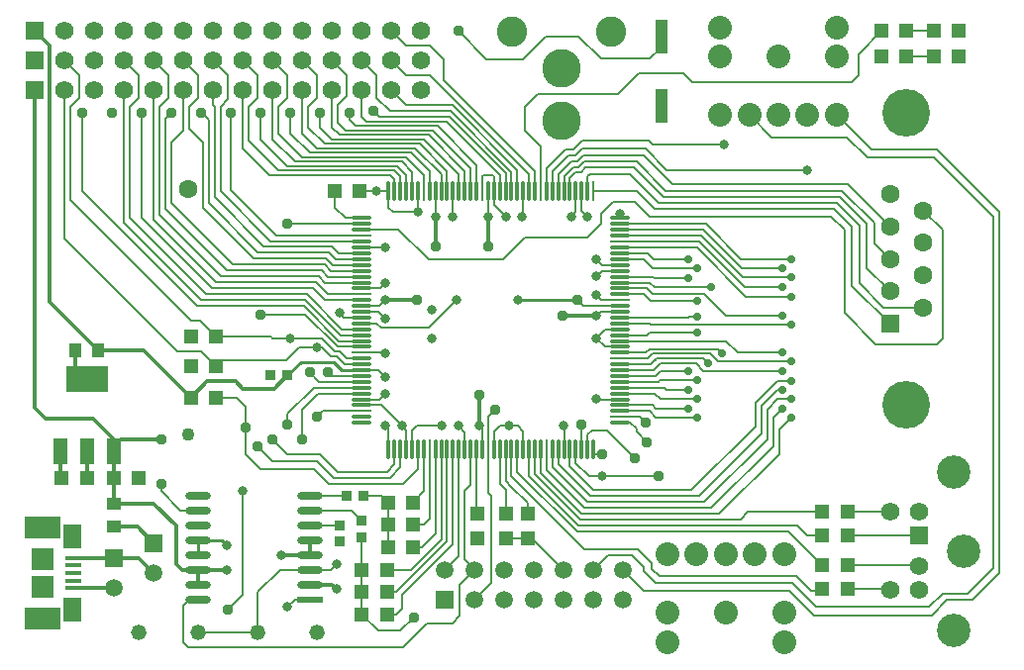
<source format=gtl>
G04 Layer_Physical_Order=1*
G04 Layer_Color=255*
%FSLAX23Y23*%
%MOIN*%
G70*
G01*
G75*
%ADD10R,0.039X0.114*%
%ADD11R,0.050X0.050*%
%ADD12R,0.038X0.032*%
%ADD13R,0.011X0.070*%
%ADD14O,0.011X0.070*%
%ADD15O,0.070X0.011*%
%ADD16R,0.070X0.011*%
%ADD17R,0.048X0.048*%
%ADD18R,0.050X0.050*%
%ADD19R,0.032X0.038*%
%ADD20R,0.048X0.088*%
%ADD21R,0.142X0.088*%
%ADD22R,0.040X0.048*%
%ADD23R,0.048X0.040*%
%ADD24R,0.086X0.024*%
%ADD25O,0.086X0.024*%
%ADD26R,0.063X0.083*%
%ADD27R,0.120X0.075*%
%ADD28R,0.075X0.075*%
%ADD29R,0.053X0.016*%
%ADD30C,0.008*%
%ADD31C,0.012*%
%ADD32C,0.010*%
%ADD33R,0.063X0.063*%
%ADD34C,0.063*%
%ADD35C,0.160*%
%ADD36C,0.130*%
%ADD37C,0.102*%
%ADD38C,0.080*%
%ADD39R,0.059X0.059*%
%ADD40C,0.059*%
%ADD41R,0.062X0.062*%
%ADD42C,0.062*%
%ADD43R,0.062X0.062*%
%ADD44C,0.112*%
%ADD45C,0.043*%
%ADD46R,0.059X0.059*%
%ADD47C,0.052*%
%ADD48C,0.032*%
%ADD49C,0.037*%
%ADD50C,0.028*%
D10*
X2185Y2108D02*
D03*
Y1872D02*
D03*
D11*
X166Y620D02*
D03*
X250D02*
D03*
X424D02*
D03*
X340D02*
D03*
X1263Y388D02*
D03*
X1347D02*
D03*
X3009Y2125D02*
D03*
X2925D02*
D03*
Y2040D02*
D03*
X3009D02*
D03*
X1085Y1585D02*
D03*
X1169D02*
D03*
X2810Y505D02*
D03*
X2726D02*
D03*
Y245D02*
D03*
X2810D02*
D03*
Y425D02*
D03*
X2726D02*
D03*
Y325D02*
D03*
X2810D02*
D03*
X1260Y310D02*
D03*
X1176D02*
D03*
X1260Y235D02*
D03*
X1176D02*
D03*
X1347Y538D02*
D03*
X1263D02*
D03*
X1347Y463D02*
D03*
X1263D02*
D03*
X601Y995D02*
D03*
X685D02*
D03*
Y890D02*
D03*
X601D02*
D03*
Y1095D02*
D03*
X685D02*
D03*
X1260Y160D02*
D03*
X1176D02*
D03*
D12*
X1100Y461D02*
D03*
Y405D02*
D03*
X1175Y420D02*
D03*
Y476D02*
D03*
D13*
X1955Y1585D02*
D03*
X1778D02*
D03*
X1581D02*
D03*
X1384D02*
D03*
X1403Y715D02*
D03*
X1600D02*
D03*
X1797D02*
D03*
D14*
X1935Y1585D02*
D03*
X1916D02*
D03*
X1896D02*
D03*
X1876D02*
D03*
X1857D02*
D03*
X1837D02*
D03*
X1817D02*
D03*
X1797D02*
D03*
X1758D02*
D03*
X1738D02*
D03*
X1719D02*
D03*
X1699D02*
D03*
X1679D02*
D03*
X1660D02*
D03*
X1640D02*
D03*
X1620D02*
D03*
X1600D02*
D03*
X1561D02*
D03*
X1541D02*
D03*
X1522D02*
D03*
X1502D02*
D03*
X1482D02*
D03*
X1462D02*
D03*
X1443D02*
D03*
X1423D02*
D03*
X1403D02*
D03*
X1364D02*
D03*
X1344D02*
D03*
X1325D02*
D03*
X1305D02*
D03*
X1285D02*
D03*
X1265D02*
D03*
Y715D02*
D03*
X1285D02*
D03*
X1305D02*
D03*
X1325D02*
D03*
X1344D02*
D03*
X1364D02*
D03*
X1384D02*
D03*
X1423D02*
D03*
X1443D02*
D03*
X1462D02*
D03*
X1482D02*
D03*
X1502D02*
D03*
X1522D02*
D03*
X1541D02*
D03*
X1561D02*
D03*
X1581D02*
D03*
X1620D02*
D03*
X1640D02*
D03*
X1660D02*
D03*
X1679D02*
D03*
X1699D02*
D03*
X1719D02*
D03*
X1738D02*
D03*
X1758D02*
D03*
X1778D02*
D03*
X1817D02*
D03*
X1837D02*
D03*
X1857D02*
D03*
X1876D02*
D03*
X1896D02*
D03*
X1916D02*
D03*
X1935D02*
D03*
X1955D02*
D03*
D15*
X1176Y1495D02*
D03*
Y1475D02*
D03*
Y1456D02*
D03*
Y1416D02*
D03*
Y1396D02*
D03*
Y1377D02*
D03*
Y1357D02*
D03*
Y1337D02*
D03*
Y1318D02*
D03*
Y1298D02*
D03*
Y1278D02*
D03*
Y1259D02*
D03*
Y1219D02*
D03*
Y1199D02*
D03*
Y1180D02*
D03*
Y1160D02*
D03*
Y1140D02*
D03*
Y1121D02*
D03*
Y1101D02*
D03*
Y1081D02*
D03*
Y1062D02*
D03*
Y1022D02*
D03*
Y1003D02*
D03*
Y983D02*
D03*
Y963D02*
D03*
Y943D02*
D03*
Y924D02*
D03*
Y904D02*
D03*
Y884D02*
D03*
Y865D02*
D03*
Y825D02*
D03*
Y805D02*
D03*
X2045D02*
D03*
Y845D02*
D03*
Y865D02*
D03*
Y884D02*
D03*
Y904D02*
D03*
Y924D02*
D03*
Y943D02*
D03*
Y963D02*
D03*
Y983D02*
D03*
Y1003D02*
D03*
Y1042D02*
D03*
Y1062D02*
D03*
Y1081D02*
D03*
Y1101D02*
D03*
Y1121D02*
D03*
Y1140D02*
D03*
Y1160D02*
D03*
Y1180D02*
D03*
Y1199D02*
D03*
Y1239D02*
D03*
Y1259D02*
D03*
Y1278D02*
D03*
Y1298D02*
D03*
Y1318D02*
D03*
Y1337D02*
D03*
Y1357D02*
D03*
Y1377D02*
D03*
Y1396D02*
D03*
Y1436D02*
D03*
Y1456D02*
D03*
Y1475D02*
D03*
Y1495D02*
D03*
D16*
X1176Y1436D02*
D03*
Y1239D02*
D03*
Y1042D02*
D03*
Y845D02*
D03*
X2045Y825D02*
D03*
Y1022D02*
D03*
Y1219D02*
D03*
Y1416D02*
D03*
D17*
X3184Y2125D02*
D03*
X3100D02*
D03*
Y2040D02*
D03*
X3184D02*
D03*
D18*
X1735Y500D02*
D03*
Y416D02*
D03*
X1660Y500D02*
D03*
Y416D02*
D03*
X1565D02*
D03*
Y500D02*
D03*
D19*
X1180Y560D02*
D03*
X1124D02*
D03*
X869Y965D02*
D03*
X925D02*
D03*
D20*
X160Y710D02*
D03*
X250D02*
D03*
X340D02*
D03*
D21*
X250Y954D02*
D03*
D22*
X289Y1050D02*
D03*
X210D02*
D03*
D23*
X340Y534D02*
D03*
Y455D02*
D03*
D24*
X1000Y210D02*
D03*
D25*
Y260D02*
D03*
Y310D02*
D03*
Y360D02*
D03*
Y410D02*
D03*
Y460D02*
D03*
Y510D02*
D03*
Y560D02*
D03*
X625D02*
D03*
Y510D02*
D03*
Y460D02*
D03*
Y410D02*
D03*
Y360D02*
D03*
Y310D02*
D03*
Y260D02*
D03*
Y210D02*
D03*
D26*
X200Y178D02*
D03*
Y422D02*
D03*
D27*
X100Y148D02*
D03*
Y452D02*
D03*
D28*
Y253D02*
D03*
Y347D02*
D03*
D29*
X205Y249D02*
D03*
Y274D02*
D03*
Y300D02*
D03*
Y326D02*
D03*
Y351D02*
D03*
D30*
X2850Y1275D02*
Y1470D01*
X2775Y1545D02*
X2850Y1470D01*
X2176Y1545D02*
X2775D01*
X2900Y1411D02*
Y1480D01*
X2792Y1588D02*
X2900Y1480D01*
X2197Y1588D02*
X2792D01*
X2875Y1327D02*
Y1475D01*
X2785Y1565D02*
X2875Y1475D01*
X2190Y1565D02*
X2785D01*
X2825Y1268D02*
Y1465D01*
X2765Y1525D02*
X2825Y1465D01*
X2160Y1525D02*
X2765D01*
X2045Y1495D02*
X2065D01*
X2095Y1550D02*
X2145Y1500D01*
X2020Y1550D02*
X2095D01*
X1980Y1510D02*
X2020Y1550D01*
X1725Y1430D02*
X1935D01*
X1650Y1355D02*
X1725Y1430D01*
X1400Y1355D02*
X1650D01*
X1935Y1430D02*
X1980Y1475D01*
X1176Y1456D02*
X1299D01*
X1400Y1355D01*
X1980Y1475D02*
Y1510D01*
X2145Y1500D02*
X2755D01*
X2220Y1610D02*
X2810D01*
X2125Y1705D02*
X2220Y1610D01*
X1920Y1705D02*
X2125D01*
X2100Y1685D02*
X2197Y1588D01*
X1924Y1685D02*
X2100D01*
X2090Y1665D02*
X2190Y1565D01*
X1929Y1665D02*
X2090D01*
X2077Y1644D02*
X2176Y1545D01*
X1944Y1644D02*
X2077D01*
X2100Y1585D02*
X2160Y1525D01*
X1955Y1585D02*
X2100D01*
X2755Y1500D02*
X2800Y1455D01*
Y1175D02*
Y1455D01*
Y1175D02*
X2905Y1070D01*
X3110D01*
X3130Y1090D01*
Y1457D01*
X3065Y1521D02*
X3130Y1457D01*
X2155Y1743D02*
X2394D01*
X2142Y1755D02*
X2155Y1743D01*
X1918Y1755D02*
X2142D01*
X2202Y1658D02*
X2674D01*
X2130Y1730D02*
X2202Y1658D01*
X1919Y1730D02*
X2130D01*
X2810Y1610D02*
X2953Y1467D01*
X1889Y1726D02*
X1918Y1755D01*
X1861Y1726D02*
X1889D01*
X1797Y1662D02*
X1861Y1726D01*
X1894Y1705D02*
X1919Y1730D01*
X1870Y1705D02*
X1894D01*
X1817Y1652D02*
X1870Y1705D01*
X1901Y1686D02*
X1920Y1705D01*
X1881Y1686D02*
X1901D01*
X1837Y1642D02*
X1881Y1686D01*
X1906Y1667D02*
X1924Y1685D01*
X1887Y1667D02*
X1906D01*
X1857Y1637D02*
X1887Y1667D01*
X1913Y1649D02*
X1929Y1665D01*
X1894Y1649D02*
X1913D01*
X1876Y1631D02*
X1894Y1649D01*
X2185Y2071D02*
Y2108D01*
X2146Y2032D02*
X2185Y2071D01*
X1981Y2032D02*
X2146D01*
X1905Y2108D02*
X1981Y2032D01*
X1796Y2108D02*
X1905D01*
X1719Y2031D02*
X1796Y2108D01*
X1594Y2031D02*
X1719D01*
X1500Y2125D02*
X1594Y2031D01*
X1767Y1912D02*
X2038D01*
X1725Y1870D02*
X1767Y1912D01*
X1725Y1790D02*
Y1870D01*
X2038Y1912D02*
X2109Y1983D01*
X2259D02*
X2289Y1953D01*
X2824D01*
X2109Y1983D02*
X2259D01*
X1725Y1790D02*
X1778Y1737D01*
X1505Y260D02*
X1555Y310D01*
X1505Y155D02*
Y260D01*
X1520Y345D02*
X1555Y310D01*
X1395Y130D02*
X1480D01*
X1505Y155D01*
X1305Y105D02*
X1350Y150D01*
X1231Y105D02*
X1305D01*
X1610Y265D02*
Y560D01*
X1555Y210D02*
X1610Y265D01*
X1749Y416D02*
X1855Y310D01*
X1735Y416D02*
X1749D01*
X1955Y310D02*
X2005Y360D01*
X2085D01*
X2125Y320D01*
X2105Y380D02*
X2152Y333D01*
X1925Y380D02*
X2105D01*
X1795Y510D02*
X1925Y380D01*
X1455Y310D02*
X1502Y357D01*
X1290Y160D02*
X1310Y180D01*
Y225D01*
X1482Y397D01*
Y715D01*
X1260Y235D02*
X1290D01*
X1462Y407D01*
Y715D01*
X1260Y310D02*
X1340D01*
X1443Y413D01*
Y715D01*
X1423D02*
Y740D01*
Y433D02*
Y715D01*
X1347Y388D02*
X1378D01*
X1423Y433D01*
X1520Y345D02*
Y575D01*
X1315Y50D02*
X1395Y130D01*
X590Y50D02*
X1315D01*
X755Y890D02*
X785Y860D01*
X685Y890D02*
X755D01*
X925Y835D02*
X1014Y924D01*
X1176D01*
X975Y850D02*
X1029Y904D01*
X1260Y160D02*
X1290D01*
X1176Y310D02*
Y419D01*
Y235D02*
Y310D01*
Y160D02*
Y235D01*
X925Y1475D02*
X1175D01*
X1032Y943D02*
X1176D01*
X1000Y975D02*
X1032Y943D01*
X1029Y904D02*
X1176D01*
X1045Y845D02*
X1176D01*
X1025Y825D02*
X1045Y845D01*
X1253Y1042D02*
X1255Y1040D01*
X1176Y1042D02*
X1253D01*
X1176Y1140D02*
X1225D01*
X1230Y1180D02*
X1255Y1155D01*
X1176Y1180D02*
X1230D01*
X1235Y1199D02*
X1255Y1220D01*
X1176Y1199D02*
X1235D01*
X1238Y1259D02*
X1255Y1276D01*
X1176Y1259D02*
X1238D01*
X1738Y1585D02*
Y1642D01*
X1405Y1975D02*
X1738Y1642D01*
X1699Y1585D02*
Y1656D01*
X1679Y1585D02*
Y1651D01*
X1660Y1585D02*
Y1645D01*
X1640Y1585D02*
Y1640D01*
X1615Y1640D02*
X1620Y1635D01*
Y1585D02*
Y1635D01*
X1585Y1640D02*
X1615D01*
X1581Y1636D02*
X1585Y1640D01*
X1581Y1585D02*
Y1636D01*
X1600Y1500D02*
Y1585D01*
X1620Y1540D02*
X1660Y1500D01*
X1620Y1540D02*
Y1585D01*
X1716Y1500D02*
X1719Y1503D01*
Y1585D01*
X1360Y795D02*
X1444D01*
X1344Y779D02*
X1360Y795D01*
X1344Y715D02*
Y779D01*
X1265Y1530D02*
X1280Y1515D01*
X1265Y1530D02*
Y1585D01*
X1085Y1530D02*
Y1585D01*
Y1530D02*
X1120Y1495D01*
X1176D01*
X1169Y1585D02*
X1225D01*
X1265D01*
X1423Y1502D02*
Y1585D01*
X1481Y1500D02*
X1482Y1501D01*
Y1585D01*
X1176Y1396D02*
X1253D01*
X1240Y865D02*
X1310Y795D01*
X1176Y865D02*
X1240D01*
X1232Y983D02*
X1255Y960D01*
X1176Y983D02*
X1232D01*
X1235Y884D02*
X1255Y904D01*
X1176Y884D02*
X1235D01*
X1254Y795D02*
X1265Y784D01*
Y715D02*
Y784D01*
X1310Y795D02*
X1325Y780D01*
Y715D02*
Y780D01*
X1500Y795D02*
X1522Y773D01*
Y715D02*
Y773D01*
X1855Y795D02*
X1857Y794D01*
Y715D02*
Y794D01*
X1965Y1090D02*
X1993Y1062D01*
X2045D01*
X1965Y1090D02*
X1996Y1121D01*
X2045D01*
X1980Y1180D02*
X2045D01*
X1965Y1300D02*
X1983Y1318D01*
X2045D01*
X1965Y1355D02*
X1983Y1337D01*
X2045D01*
X1936Y1500D02*
X1941Y1495D01*
X1916Y1520D02*
X1936Y1500D01*
X1916Y1520D02*
Y1585D01*
X1880Y1500D02*
X1896Y1516D01*
Y1585D01*
X1955Y700D02*
X1985D01*
X1955D02*
Y715D01*
X1916D02*
Y799D01*
X1951Y780D02*
X2000D01*
X1935Y765D02*
X1951Y780D01*
X1935Y715D02*
Y765D01*
X1075Y1400D02*
X1098Y1377D01*
X1176D01*
X1088Y1357D02*
X1176D01*
X1065Y1380D02*
X1088Y1357D01*
X1078Y1337D02*
X1176D01*
X1055Y1360D02*
X1078Y1337D01*
X1072Y1318D02*
X1176D01*
X1050Y1340D02*
X1072Y1318D01*
X1062Y1298D02*
X1176D01*
X1040Y1320D02*
X1062Y1298D01*
X1940Y625D02*
X1984D01*
X1896Y669D02*
X1940Y625D01*
X1896Y669D02*
Y715D01*
X1679Y626D02*
X1706Y599D01*
X1795Y510D01*
X1679Y626D02*
Y715D01*
X1660Y610D02*
X1679Y591D01*
X1660Y610D02*
Y715D01*
Y500D02*
Y581D01*
X1640Y600D02*
X1660Y581D01*
X1640Y600D02*
Y715D01*
X795Y1870D02*
X825Y1900D01*
Y1975D01*
X775Y2025D02*
X825Y1975D01*
X1075Y1800D02*
Y1925D01*
X700Y1870D02*
X725Y1895D01*
Y1975D01*
X675Y2025D02*
X725Y1975D01*
X895Y1870D02*
X925Y1900D01*
Y1975D01*
X875Y2025D02*
X925Y1975D01*
X575Y2025D02*
X625Y1975D01*
Y1900D02*
Y1975D01*
X595Y1870D02*
X625Y1900D01*
X595Y1795D02*
Y1870D01*
Y1795D02*
X640Y1750D01*
X535D02*
X575Y1790D01*
Y1925D01*
X515Y1830D02*
X535Y1850D01*
X375Y2025D02*
X425Y1975D01*
Y1900D02*
Y1975D01*
X395Y1870D02*
X425Y1900D01*
X1735Y500D02*
Y535D01*
X1679Y591D02*
X1735Y535D01*
X635Y1850D02*
X660Y1825D01*
X475Y2025D02*
X525Y1975D01*
Y1900D02*
Y1975D01*
X495Y1870D02*
X525Y1900D01*
X675Y1875D02*
X680Y1870D01*
X675Y1875D02*
Y1925D01*
X1660Y416D02*
X1735D01*
X1175Y1835D02*
Y1925D01*
X1099Y460D02*
X1100Y461D01*
X1000Y460D02*
X1099D01*
X1000Y510D02*
X1141D01*
X1175Y476D01*
X995Y1870D02*
X1025Y1900D01*
Y1975D01*
X975Y2025D02*
X1025Y1975D01*
X1095Y1815D02*
Y1875D01*
X1125Y1905D01*
Y1975D01*
X1075Y2025D02*
X1125Y1975D01*
X195Y1870D02*
X225Y1900D01*
Y1975D01*
X175Y2025D02*
X225Y1975D01*
X1660Y500D02*
X1660D01*
X1275Y2125D02*
X1325Y2075D01*
X1405D01*
X1450Y2030D01*
X1263Y463D02*
Y538D01*
X1347Y463D02*
X1383D01*
X1000Y560D02*
X1124D01*
X1263Y388D02*
Y463D01*
X900Y310D02*
X1000D01*
X1175Y2025D02*
X1225Y1975D01*
Y1900D02*
Y1975D01*
Y1900D02*
X1270Y1855D01*
X1275Y2025D02*
X1325Y1975D01*
X1405D01*
X2000Y780D02*
X2095Y685D01*
X3145Y210D02*
X3230D01*
X3320Y300D01*
Y1515D01*
X2775Y1842D02*
X2775D01*
X1180Y560D02*
X1241D01*
X1263Y538D01*
X3130Y230D02*
X3215D01*
X3300Y315D01*
Y1500D01*
X2554Y1768D02*
X2809D01*
X2480Y1842D02*
X2554Y1768D01*
X2480Y1842D02*
X2480D01*
X785Y700D02*
Y790D01*
X1984Y625D02*
X2175D01*
X2045Y865D02*
X2155D01*
X2045Y845D02*
X2145D01*
X2045Y805D02*
X2079D01*
X2100Y785D01*
Y775D02*
Y785D01*
Y775D02*
X2135Y740D01*
X2045Y825D02*
X2110D01*
X2130Y805D01*
X1699Y641D02*
Y715D01*
X1876Y659D02*
Y715D01*
Y659D02*
X1955Y580D01*
X1837Y668D02*
Y715D01*
Y668D02*
X1945Y560D01*
X1817Y658D02*
Y715D01*
Y658D02*
X1935Y540D01*
X1797Y648D02*
Y715D01*
Y648D02*
X1925Y520D01*
X1778Y637D02*
Y715D01*
Y637D02*
X1915Y500D01*
X1738Y627D02*
Y715D01*
X1758Y632D02*
Y715D01*
Y632D02*
X1910Y480D01*
X2450D01*
X2475Y505D01*
X2726D01*
X2810D02*
X2952D01*
X2810Y425D02*
X3051D01*
X2810Y325D02*
X3049D01*
X2810Y245D02*
X2950D01*
X1719Y715D02*
Y776D01*
X1700Y795D02*
X1719Y776D01*
X1561Y501D02*
Y715D01*
X1600Y570D02*
X1610Y560D01*
X1600Y570D02*
Y715D01*
X1581D02*
Y784D01*
X1570Y795D02*
X1581Y784D01*
X1620Y715D02*
Y775D01*
X1640Y795D01*
X1700D01*
X1600Y715D02*
Y825D01*
X1625Y850D01*
X1966Y884D02*
X2045D01*
X1965Y1165D02*
X1980Y1180D01*
X1982Y1219D02*
X2045D01*
X1965Y1236D02*
X1982Y1219D01*
X1921Y1199D02*
X2045D01*
X1900Y1220D02*
X1921Y1199D01*
X1072Y963D02*
X1176D01*
X1060Y975D02*
X1072Y963D01*
X1117Y1003D02*
X1176D01*
X1100Y1045D02*
X1123Y1022D01*
X1176D01*
X1115Y1160D02*
X1176D01*
X1100Y1175D02*
X1115Y1160D01*
X1225Y1140D02*
X1240Y1125D01*
X1400D01*
X1495Y1220D01*
X2045Y1003D02*
X2148D01*
X2167Y1022D01*
X2045Y1042D02*
X2132D01*
X2045Y1022D02*
X2137D01*
X2045Y943D02*
X2173D01*
X2045Y963D02*
X2163D01*
X2045Y983D02*
X2158D01*
X2045Y1101D02*
X2136D01*
X2825Y1268D02*
X2953Y1140D01*
X2850Y1275D02*
X2931Y1194D01*
X3065D01*
X2875Y1327D02*
X2953Y1249D01*
X2900Y1411D02*
X2953Y1358D01*
X3009Y2040D02*
X3100D01*
X3009Y2125D02*
X3100D01*
Y1700D02*
X3300Y1500D01*
X3110Y1725D02*
X3320Y1515D01*
X1876Y1585D02*
Y1631D01*
X1857Y1585D02*
Y1637D01*
X1797Y1585D02*
Y1662D01*
X1837Y1585D02*
Y1642D01*
X1817Y1585D02*
Y1652D01*
X1778Y1585D02*
Y1737D01*
X2849Y1978D02*
Y2050D01*
X2850D02*
X2925Y2125D01*
X2824Y1953D02*
X2849Y1978D01*
X1758Y1585D02*
Y1652D01*
X1109Y1121D02*
X1176D01*
X1104Y1101D02*
X1176D01*
X875Y1090D02*
X935D01*
X1040D01*
X705Y1015D02*
X920D01*
X685Y995D02*
X705Y1015D01*
X1099Y1081D02*
X1176D01*
X1093Y1062D02*
X1176D01*
X1085Y1045D02*
X1100D01*
X1040Y1090D02*
X1085Y1045D01*
X1090Y1030D02*
X1117Y1003D01*
X1070Y1030D02*
X1090D01*
X920Y1015D02*
X965Y1060D01*
X1040D02*
X1070Y1030D01*
X965Y1060D02*
X1025D01*
X1040D01*
X785Y790D02*
Y860D01*
X1285Y665D02*
Y715D01*
X1260Y640D02*
X1285Y665D01*
X1305Y655D02*
Y715D01*
X1270Y620D02*
X1305Y655D01*
X1364Y649D02*
Y715D01*
X1315Y600D02*
X1364Y649D01*
X1403Y483D02*
Y715D01*
X1347Y538D02*
X1384Y575D01*
Y715D01*
X1383Y463D02*
X1403Y483D01*
X1502Y357D02*
Y715D01*
X1541Y596D02*
Y715D01*
X1520Y575D02*
X1541Y596D01*
X1275Y1925D02*
X1325Y1875D01*
X1285Y1585D02*
Y1625D01*
X1270Y1640D02*
X1285Y1625D01*
X1305Y1585D02*
Y1635D01*
X1285Y1655D02*
X1305Y1635D01*
X1325Y1585D02*
Y1640D01*
X1344Y1585D02*
Y1651D01*
X1384Y1585D02*
Y1641D01*
X1295Y1670D02*
X1325Y1640D01*
X1310Y1685D02*
X1344Y1651D01*
X1325Y1700D02*
X1384Y1641D01*
X1340Y1715D02*
X1403Y1652D01*
Y1585D02*
Y1652D01*
X1355Y1730D02*
X1443Y1642D01*
Y1585D02*
Y1642D01*
X1462Y1585D02*
Y1653D01*
X1502Y1585D02*
Y1643D01*
X1522Y1585D02*
Y1653D01*
X1370Y1745D02*
X1462Y1653D01*
X1385Y1760D02*
X1502Y1643D01*
X1100Y1775D02*
X1400D01*
X1522Y1653D01*
X1541Y1585D02*
Y1664D01*
X1561Y1585D02*
Y1674D01*
X1415Y1790D02*
X1541Y1664D01*
X1430Y1805D02*
X1561Y1674D01*
X1190Y1820D02*
X1460D01*
X1640Y1640D01*
X1235Y1835D02*
X1470D01*
X1660Y1645D01*
X1175Y1835D02*
X1190Y1820D01*
X1135Y1825D02*
Y1850D01*
Y1825D02*
X1155Y1805D01*
X1430D01*
X1120Y1790D02*
X1415D01*
X1095Y1815D02*
X1120Y1790D01*
X1075Y1800D02*
X1100Y1775D01*
X1215Y1855D02*
X1235Y1835D01*
X1270Y1855D02*
X1475D01*
X1679Y1651D01*
X1325Y1875D02*
X1480D01*
X1699Y1656D01*
X1450Y1960D02*
X1758Y1652D01*
X1450Y1960D02*
Y2030D01*
X1035Y1800D02*
Y1850D01*
Y1800D02*
X1075Y1760D01*
X1385D01*
X995Y1800D02*
Y1870D01*
Y1800D02*
X1050Y1745D01*
X1370D01*
X975Y1780D02*
Y1925D01*
Y1780D02*
X1025Y1730D01*
X1355D01*
X935Y1780D02*
Y1850D01*
Y1780D02*
X1000Y1715D01*
X1340D01*
X875Y1760D02*
Y1925D01*
Y1760D02*
X950Y1685D01*
X1310D01*
X895Y1780D02*
Y1870D01*
Y1780D02*
X975Y1700D01*
X1325D01*
X835Y1760D02*
Y1850D01*
Y1760D02*
X925Y1670D01*
X1295D01*
X795Y1755D02*
Y1870D01*
Y1755D02*
X895Y1655D01*
X1285D01*
X775Y1730D02*
Y1925D01*
Y1730D02*
X865Y1640D01*
X1270D01*
X735Y1590D02*
Y1850D01*
Y1590D02*
X889Y1436D01*
X1176D01*
X700Y1585D02*
Y1870D01*
Y1585D02*
X869Y1416D01*
X1176D01*
X680Y1565D02*
Y1870D01*
Y1565D02*
X845Y1400D01*
X1075D01*
X660Y1545D02*
Y1825D01*
Y1545D02*
X825Y1380D01*
X1065D01*
X640Y1530D02*
Y1750D01*
Y1530D02*
X810Y1360D01*
X1055D01*
X535Y1545D02*
Y1750D01*
Y1545D02*
X740Y1340D01*
X1050D01*
X515Y1525D02*
Y1830D01*
Y1525D02*
X720Y1320D01*
X1040D01*
X495Y1505D02*
Y1870D01*
Y1505D02*
X700Y1300D01*
X475Y1490D02*
Y1925D01*
Y1490D02*
X685Y1280D01*
X435Y1495D02*
Y1850D01*
Y1495D02*
X670Y1260D01*
X700Y1300D02*
X1030D01*
X1052Y1278D01*
X1175D01*
X685Y1280D02*
X1020D01*
X1061Y1239D01*
X1176D01*
X670Y1260D02*
X1010D01*
X1051Y1219D01*
X1176D01*
X395Y1495D02*
Y1870D01*
Y1495D02*
X650Y1240D01*
X990D01*
X1109Y1121D01*
X985Y1220D02*
X1104Y1101D01*
X375Y1480D02*
Y1925D01*
Y1480D02*
X635Y1220D01*
X985D01*
X620Y1200D02*
X980D01*
X1099Y1081D01*
X685Y1095D02*
X870D01*
X875Y1090D01*
X630Y1150D02*
X685Y1095D01*
X195Y1555D02*
Y1870D01*
Y1555D02*
X600Y1150D01*
X630D01*
X635Y1045D02*
X685Y995D01*
X555Y1045D02*
X635D01*
X175Y1425D02*
X555Y1045D01*
X175Y1425D02*
Y1925D01*
X3085Y185D02*
X3130Y230D01*
X1035Y700D02*
X1095Y640D01*
X1260D01*
X1025Y675D02*
X1080Y620D01*
X1270D01*
X785Y700D02*
X835Y650D01*
X1015D01*
X1065Y600D01*
X1315D01*
X1000Y310D02*
X1070D01*
X1090Y330D01*
X1176Y160D02*
X1231Y105D01*
X575Y190D02*
X595Y210D01*
X625D01*
X575Y65D02*
Y190D01*
Y65D02*
X590Y50D01*
X235Y1585D02*
Y1850D01*
Y1585D02*
X620Y1200D01*
X835Y1170D02*
X985D01*
X1093Y1062D01*
X825Y725D02*
X875Y675D01*
X1025D01*
X875Y750D02*
X925Y700D01*
X1035D01*
X925Y800D02*
Y835D01*
X975Y750D02*
Y850D01*
X775Y225D02*
Y575D01*
X725Y175D02*
X775Y225D01*
X500Y575D02*
Y600D01*
Y575D02*
X565Y510D01*
X625D01*
X650Y100D02*
X825D01*
Y235D01*
X900Y310D01*
X915Y185D02*
X925D01*
X950Y210D01*
X1000D01*
X1280Y1515D02*
X1364D01*
Y1585D01*
X2155Y865D02*
X2166Y854D01*
X2275D01*
X2166Y824D02*
X2168Y822D01*
X2305D01*
X2145Y845D02*
X2166Y824D01*
X2045Y904D02*
X2162D01*
X2181Y885D01*
X2305D01*
X2045Y924D02*
X2194D01*
X2201Y917D01*
X2275D01*
X2179Y949D02*
X2305D01*
X2173Y943D02*
X2179Y949D01*
X1955Y580D02*
X2286D01*
X1945Y560D02*
X2310D01*
X2286Y580D02*
X2500Y794D01*
X2310Y560D02*
X2520Y770D01*
X2560Y824D02*
X2590Y854D01*
X1935Y540D02*
X2329D01*
X2540Y751D01*
X1925Y520D02*
X2352D01*
X2560Y728D01*
Y824D01*
X2540Y751D02*
Y851D01*
X2575Y886D01*
X2620D01*
X2520Y770D02*
Y862D01*
X2576Y918D01*
X2590D01*
X2500Y794D02*
Y874D01*
X2574Y948D01*
X2620D01*
X2580Y783D02*
X2620Y823D01*
X1915Y500D02*
X2379D01*
X2580Y701D01*
Y783D01*
X2163Y963D02*
X2181Y981D01*
X2275D01*
X2158Y983D02*
X2181Y1006D01*
X2300D01*
X2326Y980D01*
X2590D01*
X2325Y1022D02*
X2340Y1007D01*
X2167Y1022D02*
X2325D01*
X2163Y1018D02*
X2167Y1022D01*
X2137Y1022D02*
X2154Y1039D01*
X2348D01*
X2375Y1012D01*
X2620D01*
X2374Y1054D02*
X2388Y1040D01*
X2132Y1042D02*
X2144Y1054D01*
X2374D01*
X2136Y1101D02*
X2146Y1111D01*
X2305D01*
X2045Y1140D02*
X2145D01*
X2147Y1215D02*
X2305D01*
X2123Y1239D02*
X2147Y1215D01*
X2045Y1239D02*
X2123D01*
X2045Y1259D02*
X2134D01*
X2153Y1240D01*
X2328D01*
X2045Y1278D02*
X2145D01*
X2161Y1262D01*
X2352D01*
X2160Y1294D02*
X2275D01*
X2156Y1298D02*
X2160Y1294D01*
X2045Y1298D02*
X2156D01*
X2154Y1326D02*
X2305D01*
X2123Y1357D02*
X2154Y1326D01*
X2045Y1357D02*
X2123D01*
X2157Y1358D02*
X2275D01*
X2138Y1377D02*
X2157Y1358D01*
X2045Y1377D02*
X2138D01*
X2440Y1042D02*
X2590D01*
X2401Y1081D02*
X2440Y1042D01*
X2045Y1081D02*
X2401D01*
X2145Y1140D02*
X2149Y1137D01*
X2620D01*
X2275Y1162D02*
X2305D01*
X2045Y1160D02*
X2273D01*
X2275Y1162D01*
X2400Y1168D02*
X2590D01*
X2328Y1240D02*
X2400Y1168D01*
X2469Y1231D02*
X2620D01*
X2045Y1396D02*
X2303D01*
X2469Y1231D01*
X2045Y1475D02*
X2335D01*
X2452Y1358D01*
X2620D01*
X2045Y1416D02*
X2311D01*
X2464Y1263D01*
X2590D01*
X2045Y1436D02*
X2318D01*
X2459Y1295D01*
X2620D01*
X2045Y1456D02*
X2326D01*
X2456Y1326D01*
X2590D01*
X1935Y1585D02*
Y1635D01*
X1944Y1644D01*
X2809Y1768D02*
X2877Y1700D01*
X3100D01*
X2775Y1842D02*
X2892Y1725D01*
X3110D01*
X1738Y627D02*
X1905Y460D01*
X2640D01*
X2675Y425D01*
X2726D01*
X1699Y641D02*
X1901Y439D01*
X2612D01*
X2726Y325D01*
X2152Y314D02*
Y333D01*
X2688Y240D02*
X2726D01*
X2125Y305D02*
Y320D01*
X2152Y314D02*
X2177Y289D01*
X2639D01*
X2688Y240D01*
X2125Y305D02*
X2165Y265D01*
X2055Y310D02*
X2124Y241D01*
X2165Y265D02*
X2624D01*
X2704Y185D01*
X3085D01*
X2124Y241D02*
X2614D01*
X2697Y158D01*
X3093D01*
X3145Y210D01*
D31*
X2045Y1495D02*
Y1510D01*
X440Y1050D02*
X600Y890D01*
X289Y1050D02*
X440D01*
X880Y920D02*
X925Y965D01*
X775Y920D02*
X880D01*
X750Y945D02*
X775Y920D01*
X656Y945D02*
X750D01*
X601Y890D02*
X656Y945D01*
X1600Y1400D02*
Y1500D01*
X1255Y1220D02*
X1360D01*
X250Y620D02*
Y710D01*
X625Y260D02*
Y310D01*
X340Y620D02*
Y710D01*
X75Y855D02*
Y1925D01*
Y855D02*
X110Y820D01*
X270D01*
X340Y750D01*
Y725D02*
Y750D01*
Y710D02*
Y725D01*
X365Y750D01*
X500D01*
X75Y2125D02*
X125Y2075D01*
X160Y626D02*
Y710D01*
Y626D02*
X166Y620D01*
X1570Y795D02*
Y900D01*
X1425Y1400D02*
Y1500D01*
X1850Y1165D02*
X1965D01*
X205Y249D02*
X339D01*
X625Y310D02*
X720D01*
X210Y994D02*
Y1050D01*
Y994D02*
X250Y954D01*
X125Y1214D02*
X289Y1050D01*
X125Y1214D02*
Y2075D01*
X205Y351D02*
X339D01*
X340Y534D02*
Y620D01*
X905Y360D02*
X1000D01*
X550Y330D02*
Y460D01*
Y330D02*
X570Y310D01*
X625D01*
X1000Y260D02*
X1076D01*
X1090Y246D01*
X1000Y360D02*
Y410D01*
X476Y534D02*
X550Y460D01*
X340Y534D02*
X476D01*
X340Y455D02*
X420D01*
X475Y400D01*
X340Y350D02*
X425D01*
X475Y300D01*
X339Y351D02*
X340Y352D01*
X291Y1050D02*
X442D01*
D32*
X925Y965D02*
X970Y1010D01*
X625Y360D02*
Y410D01*
X970Y1010D02*
X1080D01*
X1107Y983D01*
X1176D01*
X1700Y1220D02*
X1900D01*
X625Y410D02*
X704D01*
X720Y394D01*
D33*
X2953Y1140D02*
D03*
D34*
Y1249D02*
D03*
Y1358D02*
D03*
Y1467D02*
D03*
Y1576D02*
D03*
X3065Y1194D02*
D03*
Y1304D02*
D03*
Y1413D02*
D03*
Y1521D02*
D03*
X590Y1594D02*
D03*
D35*
X3009Y866D02*
D03*
Y1850D02*
D03*
D36*
X1849Y2000D02*
D03*
Y1823D02*
D03*
D37*
X1681Y2124D02*
D03*
X2016D02*
D03*
D38*
X2400Y165D02*
D03*
X2203Y362D02*
D03*
X2302D02*
D03*
X2498D02*
D03*
X2597D02*
D03*
Y165D02*
D03*
X2203D02*
D03*
X2400Y362D02*
D03*
X2597Y67D02*
D03*
X2203D02*
D03*
X2578Y2039D02*
D03*
X2775Y1842D02*
D03*
X2676D02*
D03*
X2480D02*
D03*
X2381D02*
D03*
Y2039D02*
D03*
X2775D02*
D03*
X2578Y1842D02*
D03*
X2381Y2137D02*
D03*
X2775D02*
D03*
D39*
X1455Y210D02*
D03*
D40*
Y310D02*
D03*
X1555Y210D02*
D03*
Y310D02*
D03*
X1655Y210D02*
D03*
Y310D02*
D03*
X1755Y210D02*
D03*
Y310D02*
D03*
X1855Y210D02*
D03*
Y310D02*
D03*
X1955Y210D02*
D03*
Y310D02*
D03*
X2055Y210D02*
D03*
Y310D02*
D03*
X340Y250D02*
D03*
X475Y300D02*
D03*
D41*
X75Y2125D02*
D03*
Y2025D02*
D03*
Y1925D02*
D03*
D42*
X175Y2125D02*
D03*
X275D02*
D03*
X375D02*
D03*
X475D02*
D03*
X575D02*
D03*
X675D02*
D03*
X775D02*
D03*
X875D02*
D03*
X975D02*
D03*
X1075D02*
D03*
X1175D02*
D03*
X1275D02*
D03*
X1375D02*
D03*
X175Y2025D02*
D03*
X275D02*
D03*
X375D02*
D03*
X475D02*
D03*
X575D02*
D03*
X675D02*
D03*
X775D02*
D03*
X875D02*
D03*
X975D02*
D03*
X1075D02*
D03*
X1175D02*
D03*
X1275D02*
D03*
X1375D02*
D03*
X175Y1925D02*
D03*
X275D02*
D03*
X375D02*
D03*
X475D02*
D03*
X575D02*
D03*
X675D02*
D03*
X775D02*
D03*
X875D02*
D03*
X975D02*
D03*
X1075D02*
D03*
X1175D02*
D03*
X1275D02*
D03*
X1375D02*
D03*
X3051Y323D02*
D03*
Y506D02*
D03*
Y242D02*
D03*
X2953Y506D02*
D03*
Y242D02*
D03*
D43*
X3051Y425D02*
D03*
D44*
X3169Y640D02*
D03*
X3201Y374D02*
D03*
X3169Y108D02*
D03*
D45*
X590Y768D02*
D03*
D46*
X340Y350D02*
D03*
X475Y400D02*
D03*
D47*
X625Y100D02*
D03*
X425D02*
D03*
X1025D02*
D03*
X825D02*
D03*
D48*
X2045Y1510D02*
D03*
X2184Y1850D02*
D03*
X166Y620D02*
D03*
X424D02*
D03*
X1984Y625D02*
D03*
X2674Y1658D02*
D03*
X2394Y1743D02*
D03*
X1263Y388D02*
D03*
X1100Y405D02*
D03*
X925Y965D02*
D03*
X869D02*
D03*
X1255Y1040D02*
D03*
Y1155D02*
D03*
Y1220D02*
D03*
X1600Y1500D02*
D03*
X1660D02*
D03*
X1716D02*
D03*
X1444Y795D02*
D03*
X1225Y1585D02*
D03*
X1965Y1165D02*
D03*
Y1300D02*
D03*
Y1355D02*
D03*
Y1090D02*
D03*
X1855Y795D02*
D03*
X1670D02*
D03*
X1500D02*
D03*
X1570D02*
D03*
X1254D02*
D03*
X1310D02*
D03*
X1255Y904D02*
D03*
Y960D02*
D03*
Y1276D02*
D03*
Y1395D02*
D03*
X1425Y1500D02*
D03*
X1481D02*
D03*
X1880D02*
D03*
X1936D02*
D03*
X1660Y416D02*
D03*
X1965Y885D02*
D03*
Y1236D02*
D03*
X1100Y1175D02*
D03*
X1495Y1220D02*
D03*
X1700D02*
D03*
X1410Y1185D02*
D03*
Y1090D02*
D03*
X935D02*
D03*
X600Y995D02*
D03*
X1025Y1060D02*
D03*
X1565Y415D02*
D03*
X720Y394D02*
D03*
X905Y360D02*
D03*
X720Y310D02*
D03*
X600Y1095D02*
D03*
X1090Y330D02*
D03*
Y246D02*
D03*
X925Y185D02*
D03*
X775Y575D02*
D03*
X1364Y1515D02*
D03*
D49*
X1350Y150D02*
D03*
X600Y890D02*
D03*
X925Y1475D02*
D03*
X1000Y975D02*
D03*
X1025Y825D02*
D03*
X1360Y1220D02*
D03*
X1600Y1400D02*
D03*
X1915Y800D02*
D03*
X1985Y700D02*
D03*
X1035Y1850D02*
D03*
X1135D02*
D03*
X735D02*
D03*
X535D02*
D03*
X635D02*
D03*
X1500Y2125D02*
D03*
X935Y1850D02*
D03*
X435D02*
D03*
X835D02*
D03*
X2175Y625D02*
D03*
X785Y790D02*
D03*
X2135Y740D02*
D03*
X1215Y1855D02*
D03*
X500Y750D02*
D03*
X2095Y685D02*
D03*
X2130Y805D02*
D03*
X1425Y1400D02*
D03*
X1570Y900D02*
D03*
X1625Y850D02*
D03*
X1850Y1165D02*
D03*
X1900Y1220D02*
D03*
X1060Y975D02*
D03*
X3184Y2040D02*
D03*
Y2125D02*
D03*
X2925Y2040D02*
D03*
X235Y1850D02*
D03*
X335D02*
D03*
X835Y1170D02*
D03*
X825Y725D02*
D03*
X875Y750D02*
D03*
X975D02*
D03*
X925Y800D02*
D03*
X725Y175D02*
D03*
X500Y600D02*
D03*
D50*
X2275Y854D02*
D03*
X2305Y822D02*
D03*
Y885D02*
D03*
X2275Y917D02*
D03*
X2305Y949D02*
D03*
X2620Y948D02*
D03*
X2590Y918D02*
D03*
X2620Y886D02*
D03*
X2590Y854D02*
D03*
X2620Y823D02*
D03*
X2275Y981D02*
D03*
X2590Y980D02*
D03*
X2340Y1007D02*
D03*
X2620Y1012D02*
D03*
X2388Y1040D02*
D03*
X2620Y1137D02*
D03*
X2305Y1111D02*
D03*
X2590Y1168D02*
D03*
X2305Y1215D02*
D03*
X2352Y1262D02*
D03*
X2275Y1294D02*
D03*
X2305Y1326D02*
D03*
X2275Y1358D02*
D03*
X2590Y1263D02*
D03*
X2620Y1295D02*
D03*
X2590Y1326D02*
D03*
Y1042D02*
D03*
X2305Y1162D02*
D03*
X2620Y1231D02*
D03*
Y1358D02*
D03*
M02*

</source>
